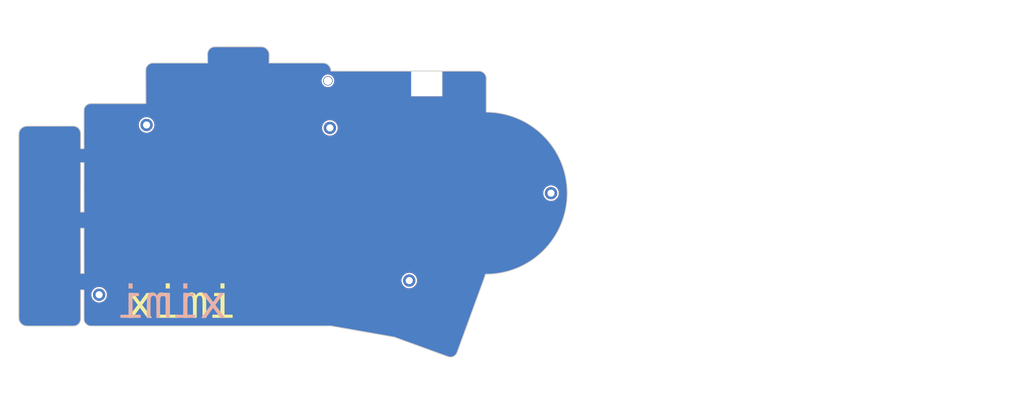
<source format=kicad_pcb>
(kicad_pcb (version 20221018) (generator pcbnew)
  (layers (0 "F.Cu" signal) (31 "B.Cu" signal) (34 "B.Paste" user) (35 "F.Paste" user) (36 "B.SilkS" user "B.Silkscreen") (37 "F.SilkS" user "F.Silkscreen") (38 "B.Mask" user) (39 "F.Mask" user) (44 "Edge.Cuts" user))
  (net 0 "")
  (footprint "fingerpunch-plates:MountingHole_2.2mm_M2_DIN965_Pad" (layer "F.Cu") (at 159.345462 118.869702)
    (fp_text reference "H2" hide)
    (fp_text value "MountingHole")
    (pad "1" thru_hole circle (at 0 0) (size 3.8 3.8) (drill 2.2) (layers "*.Cu" "*.Mask"))
  )
  (footprint "fingerpunch-plates:MountingHole_2.2mm_M2_DIN965_Pad" (layer "F.Cu") (at 227.386 138.978)
    (fp_text reference "H5" hide)
    (fp_text value "MountingHole")
    (pad "1" thru_hole circle (at 0 0) (size 3.8 3.8) (drill 2.2) (layers "*.Cu" "*.Mask"))
  )
  (footprint "fingerpunch-plates:MountingHole_2.2mm_M2_DIN965_Pad" (layer "F.Cu") (at 102.945466 117.969717)
    (fp_text reference "H1" hide)
    (fp_text value "MountingHole")
    (pad "1" thru_hole circle (at 0 0) (size 3.8 3.8) (drill 2.2) (layers "*.Cu" "*.Mask"))
  )
  (footprint "fingerpunch-plates:MountingHole_2.2mm_M2_DIN965_Pad" (layer "F.Cu") (at 88.345464 170.269706)
    (fp_text reference "H3" hide)
    (fp_text value "MountingHole")
    (pad "1" thru_hole circle (at 0 0) (size 3.8 3.8) (drill 2.2) (layers "*.Cu" "*.Mask"))
  )
  (footprint "fingerpunch-plates:MountingHole_2.2mm_M2_DIN965_Pad" (layer "F.Cu") (at 183.765551 165.899976)
    (fp_text reference "H4" hide)
    (fp_text value "MountingHole")
    (pad "1" thru_hole circle (at 0 0) (size 3.8 3.8) (drill 2.2) (layers "*.Cu" "*.Mask"))
  )
  (footprint "fingerpunch-plates:MountingHole_2.5mm" (layer "B.Cu") (at 158.745464 104.369702)
    (fp_text reference "SW50")
    (fp_text value "SW_Push")
    (pad "" np_thru_hole circle (at 0 0) (size 2.9 2.9) (drill 2.5) (layers "F&B.Cu" "*.Mask"))
  )
  (footprint "fingerpunch-plates:USB_C_Receptacle_HRO_TYPE-C-31-M-12" (layer "B.Cu") (at 189.145004 105.263706)
    (fp_text reference "J2" hide)
    (fp_text value "USB_C_Receptacle_USB2.0")
    (fp_line (start -4.7 -3.9) (end 4.7 -3.9) (stroke (width 0.1)) (layer "Edge.Cuts"))
    (fp_line (start -4.7 3.8) (end -4.7 -3.9) (stroke (width 0.1)) (layer "Edge.Cuts"))
    (fp_line (start -4.7 3.8) (end 4.7 3.8) (stroke (width 0.1)) (layer "Edge.Cuts"))
    (fp_line (start 4.7 3.8) (end 4.7 -3.9) (stroke (width 0.1)) (layer "Edge.Cuts"))
  )
  (gr_line (start 63.623059 177.374778) (end 63.627006 120.834703) (stroke (width 0.25)) (layer "Edge.Cuts"))
  (gr_curve (pts (xy 122.348851 94.539571) (xy 122.777434 94.106535) (xy 123.361406 93.862864) (xy 123.970675 93.862844)) (stroke (width 0.25)) (layer "Edge.Cuts"))
  (gr_curve (pts (xy 66.181444 179.934898) (xy 64.768167 179.934037) (xy 63.622957 178.788059) (xy 63.623059 177.374778)) (stroke (width 0.25)) (layer "Edge.Cuts"))
  (gr_curve (pts (xy 207.475766 103.617608) (xy 207.478107 103.019676) (xy 207.242215 102.445427) (xy 206.820244 102.021788)) (stroke (width 0.25)) (layer "Edge.Cuts"))
  (gr_line (start 102.716666 111.362411) (end 102.676659 101.121419) (stroke (width 0.25)) (layer "Edge.Cuts"))
  (gr_line (start 83.664169 125.245121) (end 83.665199 113.519746) (stroke (width 0.25)) (layer "Edge.Cuts"))
  (gr_curve (pts (xy 85.861426 179.920573) (xy 85.280337 179.920639) (xy 84.723033 179.68982) (xy 84.312156 179.278911)) (stroke (width 0.25)) (layer "Edge.Cuts"))
  (gr_curve (pts (xy 103.332185 99.525603) (xy 103.754165 99.101971) (xy 104.327482 98.863835) (xy 104.925423 98.863839)) (stroke (width 0.25)) (layer "Edge.Cuts"))
  (gr_line (start 83.675097 144.773313) (end 82.660834 144.773319) (stroke (width 0.25)) (layer "Edge.Cuts"))
  (gr_curve (pts (xy 157.215333 98.86356) (xy 157.874127 98.863531) (xy 158.505211 99.128642) (xy 158.966338 99.59913)) (stroke (width 0.25)) (layer "Edge.Cuts"))
  (gr_line (start 82.684011 163.693477) (end 82.66762 149.814832) (stroke (width 0.25)) (layer "Edge.Cuts"))
  (gr_line (start 104.925423 98.863839) (end 121.716652 98.863789) (stroke (width 0.25)) (layer "Edge.Cuts"))
  (gr_curve (pts (xy 82.005518 118.957895) (xy 82.434394 119.385796) (xy 82.675447 119.966722) (xy 82.675505 120.572564)) (stroke (width 0.25)) (layer "Edge.Cuts"))
  (gr_line (start 82.675936 125.246956) (end 83.664169 125.245121) (stroke (width 0.25)) (layer "Edge.Cuts"))
  (gr_line (start 121.716652 98.863789) (end 121.688911 96.168293) (stroke (width 0.25)) (layer "Edge.Cuts"))
  (gr_line (start 83.682739 129.571482) (end 82.675175 129.571481) (stroke (width 0.25)) (layer "Edge.Cuts"))
  (gr_curve (pts (xy 82.677458 177.732047) (xy 82.677451 178.318812) (xy 82.444262 178.881526) (xy 82.029231 179.296296)) (stroke (width 0.25)) (layer "Edge.Cuts"))
  (gr_line (start 83.699871 163.693481) (end 82.684011 163.693477) (stroke (width 0.25)) (layer "Edge.Cuts"))
  (gr_line (start 83.671242 168.815998) (end 82.678026 168.816001) (stroke (width 0.25)) (layer "Edge.Cuts"))
  (gr_line (start 82.678026 168.816001) (end 82.677458 177.732047) (stroke (width 0.25)) (layer "Edge.Cuts"))
  (gr_line (start 123.970675 93.862844) (end 138.210057 93.862308) (stroke (width 0.25)) (layer "Edge.Cuts"))
  (gr_curve (pts (xy 84.312156 179.278911) (xy 83.90127 178.868003) (xy 83.670484 178.31069) (xy 83.670573 177.729602)) (stroke (width 0.25)) (layer "Edge.Cuts"))
  (gr_line (start 195.687446 189.353523) (end 179.188192 183.34702) (stroke (width 0.25)) (layer "Edge.Cuts"))
  (gr_line (start 140.69101 96.368479) (end 140.665668 98.864175) (stroke (width 0.25)) (layer "Edge.Cuts"))
  (gr_arc (start 207.475766 114) (mid 232.363833 139.105869) (end 207.220029 163.95561) (stroke (width 0.25)) (layer "Edge.Cuts"))
  (gr_line (start 82.675505 120.572564) (end 82.675936 125.246956) (stroke (width 0.25)) (layer "Edge.Cuts"))
  (gr_curve (pts (xy 138.210057 93.862308) (xy 138.872436 93.862288) (xy 139.507317 94.127135) (xy 139.973318 94.597863)) (stroke (width 0.25)) (layer "Edge.Cuts"))
  (gr_line (start 159.716248 179.913123) (end 85.861426 179.920573) (stroke (width 0.25)) (layer "Edge.Cuts"))
  (gr_curve (pts (xy 80.389305 118.2916) (xy 80.995141 118.29027) (xy 81.576628 118.529989) (xy 82.005518 118.957895)) (stroke (width 0.25)) (layer "Edge.Cuts"))
  (gr_curve (pts (xy 206.820244 102.021788) (xy 206.398264 101.598156) (xy 205.824944 101.360018) (xy 205.227005 101.360024)) (stroke (width 0.25)) (layer "Edge.Cuts"))
  (gr_line (start 207.475766 114) (end 207.475766 103.617608) (stroke (width 0.25)) (layer "Edge.Cuts"))
  (gr_line (start 159.666592 101.364554) (end 205.227005 101.360024) (stroke (width 0.25)) (layer "Edge.Cuts"))
  (gr_arc (start 207.220028 163.95561) (mid 207.175547 164.17332) (end 207.129198 164.39064) (stroke (width 0.25)) (layer "Edge.Cuts"))
  (gr_line (start 80.464585 179.943552) (end 66.181444 179.934898) (stroke (width 0.25)) (layer "Edge.Cuts"))
  (gr_line (start 140.665668 98.864175) (end 157.215333 98.86356) (stroke (width 0.25)) (layer "Edge.Cuts"))
  (gr_line (start 83.699871 163.693481) (end 83.661606 149.814837) (stroke (width 0.25)) (layer "Edge.Cuts"))
  (gr_curve (pts (xy 121.688911 96.168293) (xy 121.682644 95.559055) (xy 121.920258 94.97261) (xy 122.348851 94.539571)) (stroke (width 0.25)) (layer "Edge.Cuts"))
  (gr_line (start 83.661605 149.814831) (end 82.66762 149.814832) (stroke (width 0.25)) (layer "Edge.Cuts"))
  (gr_line (start 83.670573 177.729602) (end 83.671242 168.815998) (stroke (width 0.25)) (layer "Edge.Cuts"))
  (gr_line (start 82.660838 144.773318) (end 82.67518 129.571485) (stroke (width 0.25)) (layer "Edge.Cuts"))
  (gr_curve (pts (xy 102.676659 101.121419) (xy 102.674322 100.523492) (xy 102.910212 99.949241) (xy 103.332185 99.525603)) (stroke (width 0.25)) (layer "Edge.Cuts"))
  (gr_curve (pts (xy 197.362755 189.280526) (xy 196.836095 189.526092) (xy 196.23346 189.552351) (xy 195.687446 189.353523)) (stroke (width 0.25)) (layer "Edge.Cuts"))
  (gr_curve (pts (xy 82.029231 179.296296) (xy 81.614199 179.711069) (xy 81.051356 179.943914) (xy 80.464585 179.943552)) (stroke (width 0.25)) (layer "Edge.Cuts"))
  (gr_line (start 207.130049 164.390824) (end 198.495602 188.044151) (stroke (width 0.25)) (layer "Edge.Cuts"))
  (gr_curve (pts (xy 139.973318 94.597863) (xy 140.439323 95.068603) (xy 140.697731 95.706143) (xy 140.69101 96.368479)) (stroke (width 0.25)) (layer "Edge.Cuts"))
  (gr_curve (pts (xy 158.966338 99.59913) (xy 159.427472 100.06963) (xy 159.679848 100.705905) (xy 159.666592 101.364554)) (stroke (width 0.25)) (layer "Edge.Cuts"))
  (gr_line (start 85.822001 111.363039) (end 102.716666 111.362411) (stroke (width 0.25)) (layer "Edge.Cuts"))
  (gr_curve (pts (xy 198.495602 188.044151) (xy 198.296919 188.590219) (xy 197.889411 189.034968) (xy 197.362755 189.280526)) (stroke (width 0.25)) (layer "Edge.Cuts"))
  (gr_line (start 179.188192 183.34702) (end 159.716248 179.913123) (stroke (width 0.25)) (layer "Edge.Cuts"))
  (gr_line (start 83.675111 144.773328) (end 83.682739 129.571477) (stroke (width 0.25)) (layer "Edge.Cuts"))
  (gr_curve (pts (xy 63.627006 120.834703) (xy 63.6271 119.449648) (xy 64.748317 118.326041) (xy 66.133367 118.322996)) (stroke (width 0.25)) (layer "Edge.Cuts"))
  (gr_curve (pts (xy 83.665199 113.519746) (xy 83.66531 112.328625) (xy 84.6309 111.363085) (xy 85.822001 111.363039)) (stroke (width 0.25)) (layer "Edge.Cuts"))
  (gr_line (start 66.133367 118.322996) (end 80.389305 118.2916) (stroke (width 0.25)) (layer "Edge.Cuts"))
  (gr_text "ximi" (at 110.78 173.24) (layer "B.SilkS") (effects (font (size 10 10)) (justify mirror)))
  (gr_text "ximi" (at 113.55 173.23) (layer "F.SilkS") (effects (font (size 10 10))))
  (zone (net 0) (net_name "") (layers "F&B.Cu") (connect_pads (clearance 0.508)) (min_thickness 0.254) (fill yes (thermal_gap 0.508) (thermal_bridge_width 0.508))
    (polygon (pts (xy 372.92 200.28) (xy 58.2 202.72) (xy 57.85 79.47) (xy 372.92 79.47)))
  )
)
</source>
